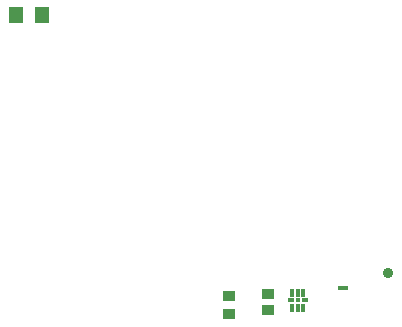
<source format=gts>
G04 Layer: TopSolderMaskLayer*
G04 EasyEDA v6.5.47, 2024-12-07 11:12:44*
G04 625f1d84725144fd8e3cf26cc36712fa,1719c0b1cc1640c08589e1ebc8d41499,10*
G04 Gerber Generator version 0.2*
G04 Scale: 100 percent, Rotated: No, Reflected: No *
G04 Dimensions in millimeters *
G04 leading zeros omitted , absolute positions ,4 integer and 5 decimal *
%FSLAX45Y45*%
%MOMM*%

%AMMACRO1*4,1,8,-0.3961,-0.2008,-0.4258,-0.1708,-0.4258,0.1711,-0.3961,0.2008,0.3959,0.2008,0.4258,0.1711,0.4258,-0.1708,0.3959,-0.2008,-0.3961,-0.2008,0*%
%AMMACRO2*4,1,8,-0.4712,-0.4508,-0.5009,-0.4209,-0.5009,0.4211,-0.4712,0.4508,0.4709,0.4508,0.5009,0.4211,0.5009,-0.4209,0.4709,-0.4508,-0.4712,-0.4508,0*%
%AMMACRO3*4,1,8,-0.5211,-0.6758,-0.5508,-0.6458,-0.5508,0.646,-0.5211,0.6758,0.5208,0.6758,0.5508,0.646,0.5508,-0.6458,0.5208,-0.6758,-0.5211,-0.6758,0*%
%AMMACRO4*4,1,8,-0.4531,-0.454,-0.4829,-0.4241,-0.4829,0.4243,-0.4531,0.454,0.4529,0.454,0.4829,0.4243,0.4829,-0.4241,0.4529,-0.454,-0.4531,-0.454,0*%
%AMMACRO5*4,1,8,-0.161,-0.3007,-0.1908,-0.2708,-0.1908,0.271,-0.161,0.3007,0.1608,0.3007,0.1908,0.271,0.1908,-0.2708,0.1608,-0.3007,-0.161,-0.3007,0*%
%AMMACRO6*4,1,8,-0.2461,-0.2009,-0.2758,-0.1709,-0.2758,0.1712,-0.2461,0.2009,0.2459,0.2009,0.2758,0.1712,0.2758,-0.1709,0.2459,-0.2009,-0.2461,-0.2009,0*%
%AMMACRO7*4,1,8,-0.1712,-0.2009,-0.2009,-0.1709,-0.2009,0.1712,-0.1712,0.2009,0.1709,0.2009,0.2009,0.1712,0.2009,-0.1709,0.1709,-0.2009,-0.1712,-0.2009,0*%
%ADD10MACRO1*%
%ADD11C,0.9096*%
%ADD12MACRO2*%
%ADD13MACRO3*%
%ADD14MACRO4*%
%ADD15MACRO5*%
%ADD16MACRO6*%
%ADD17MACRO7*%

%LPD*%
D10*
G01*
X6896112Y4305287D03*
D11*
G01*
X7277100Y4432300D03*
D12*
G01*
X6261100Y4120997D03*
G01*
X6261100Y4261002D03*
D13*
G01*
X4351794Y6616712D03*
G01*
X4131779Y6616712D03*
D14*
G01*
X5930900Y4090276D03*
G01*
X5930900Y4240923D03*
D15*
G01*
X6565087Y4268698D03*
G01*
X6515100Y4268698D03*
G01*
X6465087Y4268698D03*
D16*
G01*
X6455105Y4203700D03*
D15*
G01*
X6465087Y4138701D03*
G01*
X6515074Y4138701D03*
G01*
X6565087Y4138701D03*
D16*
G01*
X6575094Y4203700D03*
D17*
G01*
X6515074Y4203700D03*
M02*

</source>
